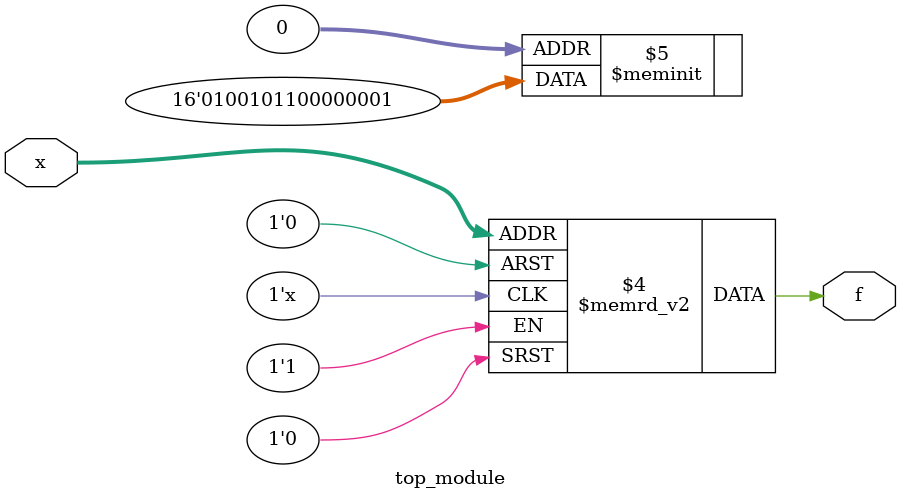
<source format=sv>
module top_module (
	input [4:1] x,
	output logic f
);
	always_comb begin
		case(x)
			4'b0000: f = 1'b1;
			4'b0010: f = 1'b0;
			4'b0011: f = 1'b0;
			4'b0011: f = 1'b0;
			4'b0111: f = 1'b0;
			4'b1000: f = 1'b1;
			4'b1001: f = 1'b1;
			4'b1010: f = 1'b0;
			4'b1011: f = 1'b1;
			4'b1110: f = 1'b1;
			default: f = 1'b0;
		endcase
	end
endmodule

</source>
